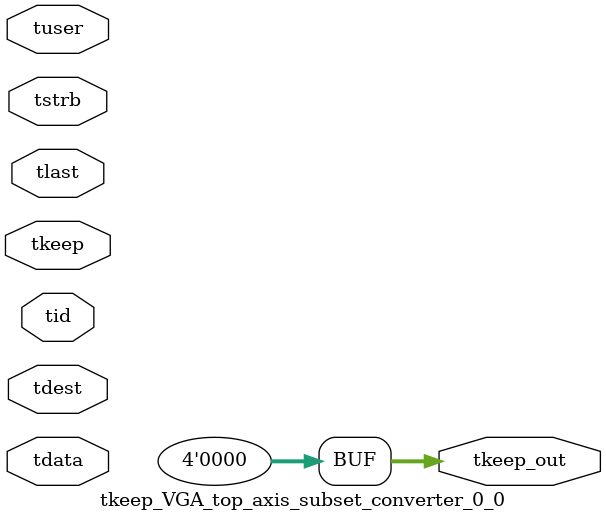
<source format=v>


`timescale 1ps/1ps

module tkeep_VGA_top_axis_subset_converter_0_0 #
(
parameter C_S_AXIS_TDATA_WIDTH = 32,
parameter C_S_AXIS_TUSER_WIDTH = 0,
parameter C_S_AXIS_TID_WIDTH   = 0,
parameter C_S_AXIS_TDEST_WIDTH = 0,
parameter C_M_AXIS_TDATA_WIDTH = 32
)
(
input  [(C_S_AXIS_TDATA_WIDTH == 0 ? 1 : C_S_AXIS_TDATA_WIDTH)-1:0     ] tdata,
input  [(C_S_AXIS_TUSER_WIDTH == 0 ? 1 : C_S_AXIS_TUSER_WIDTH)-1:0     ] tuser,
input  [(C_S_AXIS_TID_WIDTH   == 0 ? 1 : C_S_AXIS_TID_WIDTH)-1:0       ] tid,
input  [(C_S_AXIS_TDEST_WIDTH == 0 ? 1 : C_S_AXIS_TDEST_WIDTH)-1:0     ] tdest,
input  [(C_S_AXIS_TDATA_WIDTH/8)-1:0 ] tkeep,
input  [(C_S_AXIS_TDATA_WIDTH/8)-1:0 ] tstrb,
input                                                                    tlast,
output [(C_M_AXIS_TDATA_WIDTH/8)-1:0 ] tkeep_out
);

assign tkeep_out = {1'b0};

endmodule


</source>
